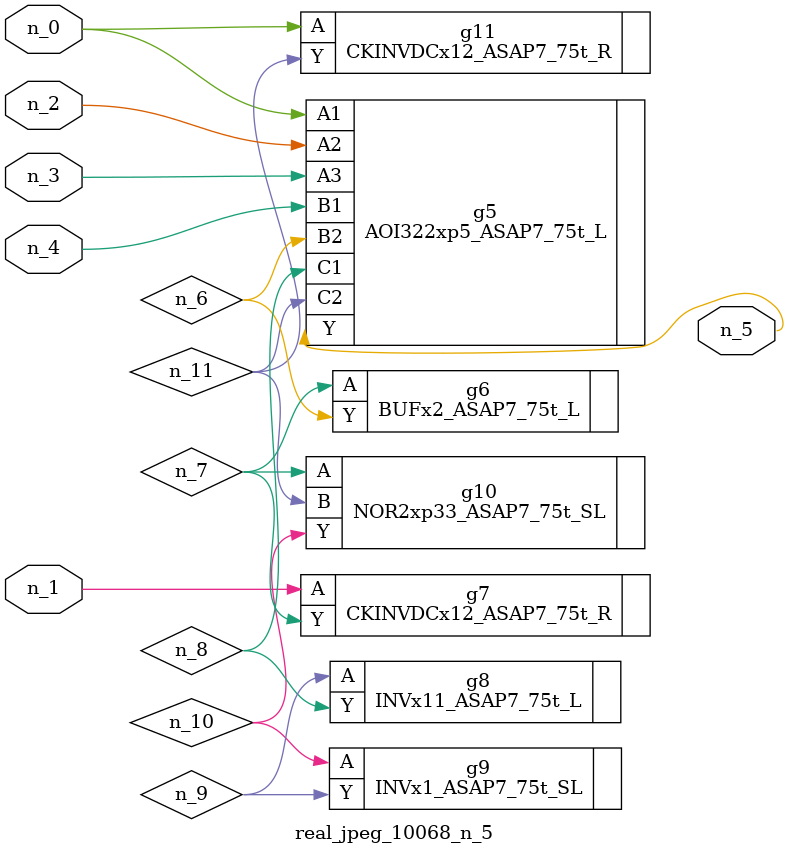
<source format=v>
module real_jpeg_10068_n_5 (n_4, n_0, n_1, n_2, n_3, n_5);

input n_4;
input n_0;
input n_1;
input n_2;
input n_3;

output n_5;

wire n_8;
wire n_11;
wire n_6;
wire n_7;
wire n_10;
wire n_9;

AOI322xp5_ASAP7_75t_L g5 ( 
.A1(n_0),
.A2(n_2),
.A3(n_3),
.B1(n_4),
.B2(n_6),
.C1(n_8),
.C2(n_11),
.Y(n_5)
);

CKINVDCx12_ASAP7_75t_R g11 ( 
.A(n_0),
.Y(n_11)
);

CKINVDCx12_ASAP7_75t_R g7 ( 
.A(n_1),
.Y(n_7)
);

BUFx2_ASAP7_75t_L g6 ( 
.A(n_7),
.Y(n_6)
);

NOR2xp33_ASAP7_75t_SL g10 ( 
.A(n_7),
.B(n_11),
.Y(n_10)
);

INVx11_ASAP7_75t_L g8 ( 
.A(n_9),
.Y(n_8)
);

INVx1_ASAP7_75t_SL g9 ( 
.A(n_10),
.Y(n_9)
);


endmodule
</source>
